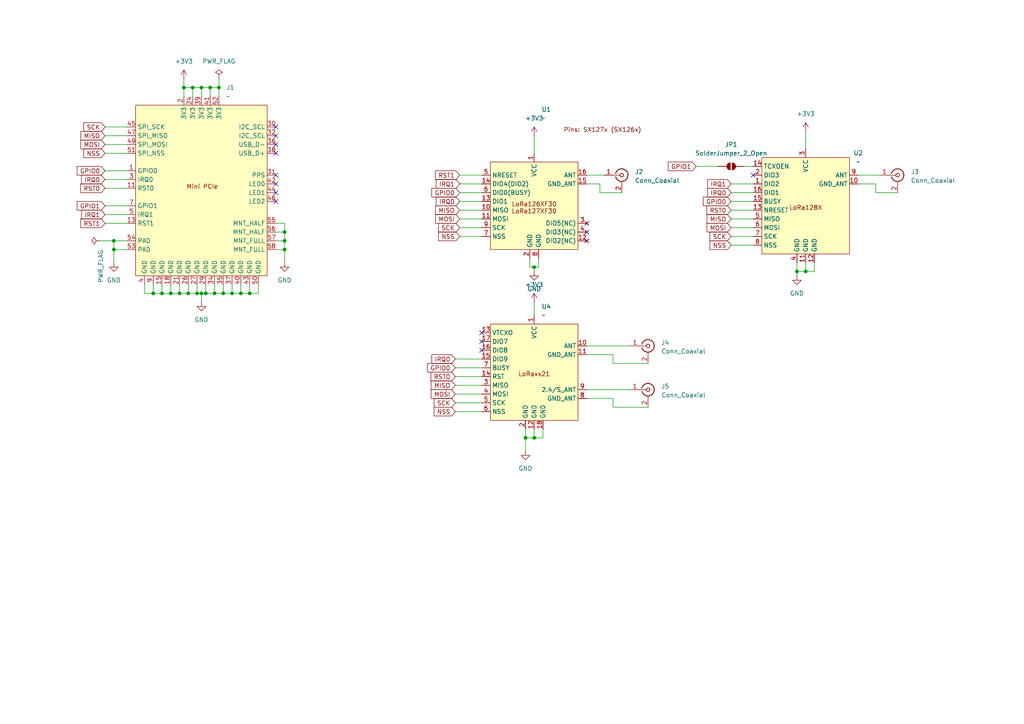
<source format=kicad_sch>
(kicad_sch (version 20250114) (generator "eeschema") (generator_version "9.0")
  (paper "A4")
  (lib_symbols
    (symbol "Connector:Conn_Coaxial" (pin_names (offset 1.016) (hide yes))
      (property "Reference" "J" (at 0.254 3.048 0))
      (property "Value" "Conn_Coaxial" (at 2.921 0 90))
      (symbol "Conn_Coaxial_0_1"
        (polyline (pts (xy -2.54 0) (xy -0.508 0)))
        (arc (start 1.778 0) (mid 0.222 -1.8079) (end -1.778 -0.508) (stroke (width 0.254)))
        (arc (start -1.778 0.508) (mid 0.2221 1.8084) (end 1.778 0) (stroke (width 0.254)))
        (circle (center 0 0) (radius 0.508) (stroke (width 0.2032)))
        (polyline (pts (xy 0 -2.54) (xy 0 -1.778)))
      )
      (symbol "Conn_Coaxial_1_1"
        (pin passive line (at -5.08 0 0) (length 2.54) (name "In") (number "1"))
        (pin passive line (at 0 -5.08 90) (length 2.54) (name "Ext") (number "2"))
      )
    )
    (symbol "Jumper:SolderJumper_2_Open" (pin_numbers (hide yes)) (pin_names (offset 0) (hide yes)) (in_bom no)
      (property "Reference" "JP" (at 0 2.032 0))
      (property "Value" "SolderJumper_2_Open" (at 0 -2.54 0))
      (symbol "SolderJumper_2_Open_0_1"
        (polyline (pts (xy -0.254 1.016) (xy -0.254 -1.016)))
        (arc (start -0.254 -1.016) (mid -1.2656 0) (end -0.254 1.016))
        (arc (start -0.254 -1.016) (mid -1.2656 0) (end -0.254 1.016) (fill (type outline)))
        (arc (start 0.254 1.016) (mid 1.2656 0) (end 0.254 -1.016))
        (arc (start 0.254 1.016) (mid 1.2656 0) (end 0.254 -1.016) (fill (type outline)))
        (polyline (pts (xy 0.254 1.016) (xy 0.254 -1.016)))
      )
      (symbol "SolderJumper_2_Open_1_1"
        (pin passive line (at -3.81 0 0) (length 2.54) (name "A") (number "1"))
        (pin passive line (at 3.81 0 180) (length 2.54) (name "B") (number "2"))
      )
    )
    (symbol "RadioHAT:LoRa128X"
      (property "Reference" "U" (at 0 2.032 0))
      (symbol "LoRa128X_1_1"
        (rectangle (start -12.7 13.97) (end 12.7 -13.97) (fill (type background)))
        (text "LoRa128X" (at 0 -0.508 0) (effects (font (size 1.27 1.27))))
        (pin input line (at -15.24 11.43 0) (length 2.54) (name "TCXOEN") (number "14"))
        (pin bidirectional line (at -15.24 8.89 0) (length 2.54) (name "DIO3") (number "2"))
        (pin bidirectional line (at -15.24 6.35 0) (length 2.54) (name "DIO2") (number "1"))
        (pin bidirectional line (at -15.24 3.81 0) (length 2.54) (name "DIO1") (number "16"))
        (pin tri_state line (at -15.24 1.27 0) (length 2.54) (name "BUSY") (number "15"))
        (pin input line (at -15.24 -1.27 0) (length 2.54) (name "NRESET") (number "13"))
        (pin tri_state line (at -15.24 -3.81 0) (length 2.54) (name "MISO") (number "5"))
        (pin input line (at -15.24 -6.35 0) (length 2.54) (name "MOSI") (number "6"))
        (pin input line (at -15.24 -8.89 0) (length 2.54) (name "SCK") (number "7"))
        (pin input line (at -15.24 -11.43 0) (length 2.54) (name "NSS") (number "8"))
        (pin power_in line (at -2.54 -16.51 90) (length 2.54) (name "GND") (number "4"))
        (pin power_in line (at 0 16.51 270) (length 2.54) (name "VCC") (number "3"))
        (pin power_in line (at 0 -16.51 90) (length 2.54) (name "GND") (number "11"))
        (pin power_in line (at 2.54 -16.51 90) (length 2.54) (name "GND") (number "12"))
        (pin bidirectional line (at 15.24 8.89 180) (length 2.54) (name "ANT") (number "9"))
        (pin bidirectional line (at 15.24 6.35 180) (length 2.54) (name "GND_ANT") (number "10"))
      )
    )
    (symbol "RadioHAT:LoRa12XXF30"
      (property "Reference" "U" (at 0 2.032 0))
      (symbol "LoRa12XXF30_1_1"
        (rectangle (start -12.7 12.7) (end 12.7 -12.7) (fill (type background)))
        (text "LoRa126XF30\nLoRa127XF30" (at 0 -0.508 0) (effects (font (size 1.27 1.27))))
        (text "Pins: SX127x (SX126x)" (at 19.812 22.098 0) (effects (font (size 1.27 1.27))))
        (pin input line (at -15.24 8.89 0) (length 2.54) (name "NRESET") (number "5"))
        (pin bidirectional line (at -15.24 6.35 0) (length 2.54) (name "DIO4(DIO2)") (number "14"))
        (pin tri_state line (at -15.24 3.81 0) (length 2.54) (name "DIO0(BUSY)") (number "6"))
        (pin bidirectional line (at -15.24 1.27 0) (length 2.54) (name "DIO1") (number "13"))
        (pin tri_state line (at -15.24 -1.27 0) (length 2.54) (name "MISO") (number "10"))
        (pin input line (at -15.24 -3.81 0) (length 2.54) (name "MOSI") (number "11"))
        (pin input line (at -15.24 -6.35 0) (length 2.54) (name "SCK") (number "9"))
        (pin input line (at -15.24 -8.89 0) (length 2.54) (name "NSS") (number "7"))
        (pin power_in line (at -1.27 -15.24 90) (length 2.54) (name "GND") (number "2"))
        (pin power_in line (at 0 15.24 270) (length 2.54) (name "VCC") (number "1"))
        (pin power_in line (at 1.27 -15.24 90) (length 2.54) (name "GND") (number "8"))
        (pin bidirectional line (at 15.24 8.89 180) (length 2.54) (name "ANT") (number "16"))
        (pin bidirectional line (at 15.24 6.35 180) (length 2.54) (name "GND_ANT") (number "15"))
        (pin no_connect line (at 15.24 -5.08 180) (length 2.54) (name "DIO5(NC)") (number "3"))
        (pin no_connect line (at 15.24 -7.62 180) (length 2.54) (name "DIO3(NC)") (number "4"))
        (pin no_connect line (at 15.24 -10.16 180) (length 2.54) (name "DIO2(NC)") (number "12"))
      )
    )
    (symbol "RadioHAT:LoRaxx21"
      (property "Reference" "U" (at 0 2.032 0))
      (symbol "LoRaxx21_1_1"
        (rectangle (start -12.7 13.97) (end 12.7 -13.97) (fill (type background)))
        (text "LoRaxx21" (at 0 -0.508 0) (effects (font (size 1.27 1.27))))
        (pin output line (at -15.24 11.43 0) (length 2.54) (name "VTCXO") (number "13"))
        (pin bidirectional line (at -15.24 8.89 0) (length 2.54) (name "DIO7") (number "17"))
        (pin bidirectional line (at -15.24 6.35 0) (length 2.54) (name "DIO8") (number "16"))
        (pin bidirectional line (at -15.24 3.81 0) (length 2.54) (name "DIO9") (number "15"))
        (pin tri_state line (at -15.24 1.27 0) (length 2.54) (name "BUSY") (number "7"))
        (pin input line (at -15.24 -1.27 0) (length 2.54) (name "RST") (number "14"))
        (pin tri_state line (at -15.24 -3.81 0) (length 2.54) (name "MISO") (number "3"))
        (pin input line (at -15.24 -6.35 0) (length 2.54) (name "MOSI") (number "4"))
        (pin input line (at -15.24 -8.89 0) (length 2.54) (name "SCK") (number "5"))
        (pin input line (at -15.24 -11.43 0) (length 2.54) (name "NSS") (number "6"))
        (pin power_in line (at -2.54 -16.51 90) (length 2.54) (name "GND") (number "2"))
        (pin power_in line (at 0 16.51 270) (length 2.54) (name "VCC") (number "1"))
        (pin power_in line (at 0 -16.51 90) (length 2.54) (name "GND") (number "12"))
        (pin power_in line (at 2.54 -16.51 90) (length 2.54) (name "GND") (number "18"))
        (pin bidirectional line (at 15.24 7.62 180) (length 2.54) (name "ANT") (number "10"))
        (pin bidirectional line (at 15.24 5.08 180) (length 2.54) (name "GND_ANT") (number "11"))
        (pin bidirectional line (at 15.24 -5.08 180) (length 2.54) (name "2.4/S_ANT") (number "9"))
        (pin bidirectional line (at 15.24 -7.62 180) (length 2.54) (name "GND_ANT") (number "8"))
      )
    )
    (symbol "RadioHAT:Mini_PCIe"
      (property "Reference" "J" (at -19.304 28.448 0))
      (symbol "Mini_PCIe_1_1"
        (rectangle (start -19.05 24.13) (end 19.05 -25.4) (fill (type background)))
        (text "Mini PCIe" (at 0.254 0.508 0) (effects (font (size 1.27 1.27))))
        (pin bidirectional line (at -21.59 17.78 0) (length 2.54) (name "SPI_SCK") (number "45"))
        (pin bidirectional line (at -21.59 15.24 0) (length 2.54) (name "SPI_MISO") (number "47"))
        (pin bidirectional line (at -21.59 12.7 0) (length 2.54) (name "SPI_MOSI") (number "49"))
        (pin bidirectional line (at -21.59 10.16 0) (length 2.54) (name "SPI_NSS") (number "51"))
        (pin bidirectional line (at -21.59 5.08 0) (length 2.54) (name "GPIO0") (number "1"))
        (pin bidirectional line (at -21.59 2.54 0) (length 2.54) (name "IRQ0") (number "3"))
        (pin bidirectional line (at -21.59 0 0) (length 2.54) (name "RST0") (number "11"))
        (pin bidirectional line (at -21.59 -5.08 0) (length 2.54) (name "GPIO1") (number "7"))
        (pin bidirectional line (at -21.59 -7.62 0) (length 2.54) (name "IRQ1") (number "5"))
        (pin bidirectional line (at -21.59 -10.16 0) (length 2.54) (name "RST1") (number "13"))
        (pin free line (at -21.59 -15.24 0) (length 2.54) (name "PAD") (number "54"))
        (pin free line (at -21.59 -17.78 0) (length 2.54) (name "PAD") (number "53"))
        (pin power_in line (at -16.51 -27.94 90) (length 2.54) (name "GND") (number "4"))
        (pin power_in line (at -13.97 -27.94 90) (length 2.54) (name "GND") (number "9"))
        (pin power_in line (at -11.43 -27.94 90) (length 2.54) (name "GND") (number "15"))
        (pin power_in line (at -8.89 -27.94 90) (length 2.54) (name "GND") (number "18"))
        (pin power_in line (at -6.35 -27.94 90) (length 2.54) (name "GND") (number "21"))
        (pin power_in line (at -5.08 26.67 270) (length 2.54) (name "3V3") (number "2"))
        (pin power_in line (at -3.81 -27.94 90) (length 2.54) (name "GND") (number "26"))
        (pin power_in line (at -2.54 26.67 270) (length 2.54) (name "3V3") (number "24"))
        (pin power_in line (at -1.27 -27.94 90) (length 2.54) (name "GND") (number "27"))
        (pin power_in line (at 0 26.67 270) (length 2.54) (name "3V3") (number "39"))
        (pin power_in line (at 1.27 -27.94 90) (length 2.54) (name "GND") (number "29"))
        (pin power_in line (at 2.54 26.67 270) (length 2.54) (name "3V3") (number "41"))
        (pin power_in line (at 3.81 -27.94 90) (length 2.54) (name "GND") (number "34"))
        (pin power_in line (at 5.08 26.67 270) (length 2.54) (name "3V3") (number "52"))
        (pin power_in line (at 6.35 -27.94 90) (length 2.54) (name "GND") (number "35"))
        (pin power_in line (at 8.89 -27.94 90) (length 2.54) (name "GND") (number "37"))
        (pin power_in line (at 11.43 -27.94 90) (length 2.54) (name "GND") (number "40"))
        (pin power_in line (at 13.97 -27.94 90) (length 2.54) (name "GND") (number "43"))
        (pin power_in line (at 16.51 -27.94 90) (length 2.54) (name "GND") (number "50"))
        (pin bidirectional line (at 21.59 17.78 180) (length 2.54) (name "I2C_SCL") (number "30"))
        (pin bidirectional line (at 21.59 15.24 180) (length 2.54) (name "I2C_SCL") (number "32"))
        (pin bidirectional line (at 21.59 12.7 180) (length 2.54) (name "USB_D-") (number "36"))
        (pin bidirectional line (at 21.59 10.16 180) (length 2.54) (name "USB_D+") (number "38"))
        (pin bidirectional line (at 21.59 3.81 180) (length 2.54) (name "PPS") (number "31"))
        (pin bidirectional line (at 21.59 1.27 180) (length 2.54) (name "LED0") (number "42"))
        (pin bidirectional line (at 21.59 -1.27 180) (length 2.54) (name "LED1") (number "44"))
        (pin bidirectional line (at 21.59 -3.81 180) (length 2.54) (name "LED2") (number "46"))
        (pin free line (at 21.59 -10.16 180) (length 2.54) (name "MNT_HALF") (number "55"))
        (pin free line (at 21.59 -12.7 180) (length 2.54) (name "MNT_HALF") (number "56"))
        (pin free line (at 21.59 -15.24 180) (length 2.54) (name "MNT_FULL") (number "57"))
        (pin free line (at 21.59 -17.78 180) (length 2.54) (name "MNT_FULL") (number "58"))
      )
    )
    (symbol "power:+3V3" (power) (pin_numbers (hide yes)) (pin_names (offset 0) (hide yes))
      (property "Value" "+3V3" (at 0 3.556 0))
      (symbol "+3V3_0_1"
        (polyline (pts (xy -0.762 1.27) (xy 0 2.54)))
        (polyline (pts (xy 0 2.54) (xy 0.762 1.27)))
        (polyline (pts (xy 0 0) (xy 0 2.54)))
      )
      (symbol "+3V3_1_1"
        (pin power_in line (at 0 0 90) (length 0) (name "~") (number "1"))
      )
    )
    (symbol "power:GND" (power) (pin_numbers (hide yes)) (pin_names (offset 0) (hide yes))
      (property "Value" "GND" (at 0 -3.81 0))
      (symbol "GND_0_1"
        (polyline (pts (xy 0 0) (xy 0 -1.27) (xy 1.27 -1.27) (xy 0 -2.54) (xy -1.27 -1.27) (xy 0 -1.27)))
      )
      (symbol "GND_1_1"
        (pin power_in line (at 0 0 270) (length 0) (name "~") (number "1"))
      )
    )
    (symbol "power:PWR_FLAG" (power) (pin_numbers (hide yes)) (pin_names (offset 0) (hide yes))
      (property "Value" "PWR_FLAG" (at 0 3.81 0))
      (symbol "PWR_FLAG_0_0"
        (pin power_out line (at 0 0 90) (length 0) (name "~") (number "1"))
      )
      (symbol "PWR_FLAG_0_1"
        (polyline (pts (xy 0 0) (xy 0 1.27) (xy -1.016 1.905) (xy 0 2.54) (xy 1.016 1.905) (xy 0 1.27)))
      )
    )
  )
  (junction (at 46.99 85.09))
  (junction (at 63.5 25.4))
  (junction (at 52.07 85.09))
  (junction (at 57.15 85.09))
  (junction (at 62.23 85.09))
  (junction (at 54.61 85.09))
  (junction (at 53.34 25.4))
  (junction (at 231.14 78.74))
  (junction (at 152.4 127))
  (junction (at 67.31 85.09))
  (junction (at 60.96 25.4))
  (junction (at 33.02 69.85))
  (junction (at 82.55 72.39))
  (junction (at 154.94 77.47))
  (junction (at 64.77 85.09))
  (junction (at 59.69 85.09))
  (junction (at 58.42 85.09))
  (junction (at 72.39 85.09))
  (junction (at 82.55 69.85))
  (junction (at 233.68 78.74))
  (junction (at 44.45 85.09))
  (junction (at 69.85 85.09))
  (junction (at 58.42 25.4))
  (junction (at 154.94 127))
  (junction (at 33.02 72.39))
  (junction (at 49.53 85.09))
  (junction (at 82.55 67.31))
  (junction (at 55.88 25.4))
  (no_connect (at 80.01 39.37))
  (no_connect (at 139.7 96.52))
  (no_connect (at 218.44 50.8))
  (no_connect (at 80.01 50.8))
  (no_connect (at 80.01 41.91))
  (no_connect (at 170.18 64.77))
  (no_connect (at 80.01 36.83))
  (no_connect (at 139.7 101.6))
  (no_connect (at 80.01 44.45))
  (no_connect (at 80.01 53.34))
  (no_connect (at 170.18 67.31))
  (no_connect (at 80.01 58.42))
  (no_connect (at 80.01 55.88))
  (no_connect (at 139.7 99.06))
  (no_connect (at 170.18 69.85))
  (wire (pts (xy 248.92 53.34) (xy 254 53.34)))
  (wire (pts (xy 52.07 85.09) (xy 54.61 85.09)))
  (wire (pts (xy 59.69 85.09) (xy 62.23 85.09)))
  (wire (pts (xy 201.93 48.26) (xy 208.28 48.26)))
  (wire (pts (xy 152.4 127) (xy 154.94 127)))
  (wire (pts (xy 44.45 82.55) (xy 44.45 85.09)))
  (wire (pts (xy 30.48 49.53) (xy 36.83 49.53)))
  (wire (pts (xy 55.88 25.4) (xy 58.42 25.4)))
  (wire (pts (xy 212.09 60.96) (xy 218.44 60.96)))
  (wire (pts (xy 132.08 109.22) (xy 139.7 109.22)))
  (wire (pts (xy 63.5 22.86) (xy 63.5 25.4)))
  (wire (pts (xy 248.92 50.8) (xy 255.27 50.8)))
  (wire (pts (xy 67.31 85.09) (xy 69.85 85.09)))
  (wire (pts (xy 132.08 119.38) (xy 139.7 119.38)))
  (wire (pts (xy 67.31 82.55) (xy 67.31 85.09)))
  (wire (pts (xy 154.94 39.37) (xy 154.94 44.45)))
  (wire (pts (xy 212.09 58.42) (xy 218.44 58.42)))
  (wire (pts (xy 231.14 76.2) (xy 231.14 78.74)))
  (wire (pts (xy 212.09 53.34) (xy 218.44 53.34)))
  (wire (pts (xy 52.07 82.55) (xy 52.07 85.09)))
  (wire (pts (xy 154.94 87.63) (xy 154.94 91.44)))
  (wire (pts (xy 29.21 69.85) (xy 33.02 69.85)))
  (wire (pts (xy 49.53 85.09) (xy 52.07 85.09)))
  (wire (pts (xy 157.48 124.46) (xy 157.48 127)))
  (wire (pts (xy 30.48 54.61) (xy 36.83 54.61)))
  (wire (pts (xy 152.4 124.46) (xy 152.4 127)))
  (wire (pts (xy 33.02 72.39) (xy 33.02 76.2)))
  (wire (pts (xy 132.08 116.84) (xy 139.7 116.84)))
  (wire (pts (xy 69.85 85.09) (xy 72.39 85.09)))
  (wire (pts (xy 170.18 100.33) (xy 182.88 100.33)))
  (wire (pts (xy 133.35 60.96) (xy 139.7 60.96)))
  (wire (pts (xy 152.4 127) (xy 152.4 130.81)))
  (wire (pts (xy 180.34 55.88) (xy 173.99 55.88)))
  (wire (pts (xy 33.02 72.39) (xy 36.83 72.39)))
  (wire (pts (xy 33.02 69.85) (xy 33.02 72.39)))
  (wire (pts (xy 177.8 102.87) (xy 170.18 102.87)))
  (wire (pts (xy 72.39 85.09) (xy 74.93 85.09)))
  (wire (pts (xy 30.48 59.69) (xy 36.83 59.69)))
  (wire (pts (xy 54.61 85.09) (xy 57.15 85.09)))
  (wire (pts (xy 30.48 52.07) (xy 36.83 52.07)))
  (wire (pts (xy 154.94 77.47) (xy 154.94 78.74)))
  (wire (pts (xy 177.8 105.41) (xy 187.96 105.41)))
  (wire (pts (xy 53.34 27.94) (xy 53.34 25.4)))
  (wire (pts (xy 133.35 53.34) (xy 139.7 53.34)))
  (wire (pts (xy 30.48 36.83) (xy 36.83 36.83)))
  (wire (pts (xy 173.99 55.88) (xy 173.99 53.34)))
  (wire (pts (xy 177.8 118.11) (xy 177.8 115.57)))
  (wire (pts (xy 36.83 69.85) (xy 33.02 69.85)))
  (wire (pts (xy 236.22 76.2) (xy 236.22 78.74)))
  (wire (pts (xy 53.34 25.4) (xy 55.88 25.4)))
  (wire (pts (xy 170.18 50.8) (xy 175.26 50.8)))
  (wire (pts (xy 170.18 113.03) (xy 182.88 113.03)))
  (wire (pts (xy 153.67 74.93) (xy 153.67 77.47)))
  (wire (pts (xy 30.48 64.77) (xy 36.83 64.77)))
  (wire (pts (xy 80.01 64.77) (xy 82.55 64.77)))
  (wire (pts (xy 157.48 127) (xy 154.94 127)))
  (wire (pts (xy 233.68 38.1) (xy 233.68 43.18)))
  (wire (pts (xy 133.35 63.5) (xy 139.7 63.5)))
  (wire (pts (xy 53.34 22.86) (xy 53.34 25.4)))
  (wire (pts (xy 82.55 69.85) (xy 82.55 72.39)))
  (wire (pts (xy 177.8 105.41) (xy 177.8 102.87)))
  (wire (pts (xy 60.96 25.4) (xy 60.96 27.94)))
  (wire (pts (xy 82.55 67.31) (xy 82.55 69.85)))
  (wire (pts (xy 64.77 82.55) (xy 64.77 85.09)))
  (wire (pts (xy 212.09 55.88) (xy 218.44 55.88)))
  (wire (pts (xy 58.42 25.4) (xy 60.96 25.4)))
  (wire (pts (xy 212.09 66.04) (xy 218.44 66.04)))
  (wire (pts (xy 153.67 77.47) (xy 154.94 77.47)))
  (wire (pts (xy 69.85 82.55) (xy 69.85 85.09)))
  (wire (pts (xy 80.01 72.39) (xy 82.55 72.39)))
  (wire (pts (xy 57.15 82.55) (xy 57.15 85.09)))
  (wire (pts (xy 82.55 64.77) (xy 82.55 67.31)))
  (wire (pts (xy 212.09 71.12) (xy 218.44 71.12)))
  (wire (pts (xy 231.14 78.74) (xy 233.68 78.74)))
  (wire (pts (xy 133.35 55.88) (xy 139.7 55.88)))
  (wire (pts (xy 60.96 25.4) (xy 63.5 25.4)))
  (wire (pts (xy 55.88 25.4) (xy 55.88 27.94)))
  (wire (pts (xy 44.45 85.09) (xy 46.99 85.09)))
  (wire (pts (xy 233.68 76.2) (xy 233.68 78.74)))
  (wire (pts (xy 80.01 67.31) (xy 82.55 67.31)))
  (wire (pts (xy 173.99 53.34) (xy 170.18 53.34)))
  (wire (pts (xy 58.42 25.4) (xy 58.42 27.94)))
  (wire (pts (xy 58.42 85.09) (xy 58.42 87.63)))
  (wire (pts (xy 74.93 85.09) (xy 74.93 82.55)))
  (wire (pts (xy 177.8 115.57) (xy 170.18 115.57)))
  (wire (pts (xy 156.21 74.93) (xy 156.21 77.47)))
  (wire (pts (xy 254 53.34) (xy 254 55.88)))
  (wire (pts (xy 132.08 114.3) (xy 139.7 114.3)))
  (wire (pts (xy 215.9 48.26) (xy 218.44 48.26)))
  (wire (pts (xy 231.14 78.74) (xy 231.14 80.01)))
  (wire (pts (xy 41.91 82.55) (xy 41.91 85.09)))
  (wire (pts (xy 30.48 41.91) (xy 36.83 41.91)))
  (wire (pts (xy 59.69 82.55) (xy 59.69 85.09)))
  (wire (pts (xy 49.53 82.55) (xy 49.53 85.09)))
  (wire (pts (xy 187.96 118.11) (xy 177.8 118.11)))
  (wire (pts (xy 72.39 82.55) (xy 72.39 85.09)))
  (wire (pts (xy 30.48 44.45) (xy 36.83 44.45)))
  (wire (pts (xy 132.08 111.76) (xy 139.7 111.76)))
  (wire (pts (xy 154.94 124.46) (xy 154.94 127)))
  (wire (pts (xy 156.21 77.47) (xy 154.94 77.47)))
  (wire (pts (xy 132.08 104.14) (xy 139.7 104.14)))
  (wire (pts (xy 133.35 66.04) (xy 139.7 66.04)))
  (wire (pts (xy 80.01 69.85) (xy 82.55 69.85)))
  (wire (pts (xy 82.55 72.39) (xy 82.55 76.2)))
  (wire (pts (xy 62.23 85.09) (xy 64.77 85.09)))
  (wire (pts (xy 133.35 50.8) (xy 139.7 50.8)))
  (wire (pts (xy 30.48 62.23) (xy 36.83 62.23)))
  (wire (pts (xy 63.5 25.4) (xy 63.5 27.94)))
  (wire (pts (xy 212.09 68.58) (xy 218.44 68.58)))
  (wire (pts (xy 58.42 85.09) (xy 59.69 85.09)))
  (wire (pts (xy 254 55.88) (xy 260.35 55.88)))
  (wire (pts (xy 30.48 39.37) (xy 36.83 39.37)))
  (wire (pts (xy 41.91 85.09) (xy 44.45 85.09)))
  (wire (pts (xy 133.35 58.42) (xy 139.7 58.42)))
  (wire (pts (xy 62.23 82.55) (xy 62.23 85.09)))
  (wire (pts (xy 46.99 85.09) (xy 49.53 85.09)))
  (wire (pts (xy 212.09 63.5) (xy 218.44 63.5)))
  (wire (pts (xy 57.15 85.09) (xy 58.42 85.09)))
  (wire (pts (xy 46.99 82.55) (xy 46.99 85.09)))
  (wire (pts (xy 64.77 85.09) (xy 67.31 85.09)))
  (wire (pts (xy 233.68 78.74) (xy 236.22 78.74)))
  (wire (pts (xy 132.08 106.68) (xy 139.7 106.68)))
  (wire (pts (xy 54.61 82.55) (xy 54.61 85.09)))
  (wire (pts (xy 133.35 68.58) (xy 139.7 68.58)))
  (global_label "GPIO0" (shape input) (at 133.35 55.88 180) (property "Intersheetrefs" "${INTERSHEET_REFS}" (effects (hide yes))))
  (global_label "SCK" (shape input) (at 212.09 68.58 180) (property "Intersheetrefs" "${INTERSHEET_REFS}" (effects (hide yes))))
  (global_label "GPIO0" (shape input) (at 212.09 58.42 180) (property "Intersheetrefs" "${INTERSHEET_REFS}" (effects (hide yes))))
  (global_label "RST1" (shape input) (at 30.48 64.77 180) (property "Intersheetrefs" "${INTERSHEET_REFS}" (effects (hide yes))))
  (global_label "GPIO0" (shape input) (at 132.08 106.68 180) (property "Intersheetrefs" "${INTERSHEET_REFS}" (effects (hide yes))))
  (global_label "IRQ0" (shape input) (at 132.08 104.14 180) (property "Intersheetrefs" "${INTERSHEET_REFS}" (effects (hide yes))))
  (global_label "IRQ1" (shape input) (at 212.09 53.34 180) (property "Intersheetrefs" "${INTERSHEET_REFS}" (effects (hide yes))))
  (global_label "RST0" (shape input) (at 132.08 109.22 180) (property "Intersheetrefs" "${INTERSHEET_REFS}" (effects (hide yes))))
  (global_label "SCK" (shape input) (at 30.48 36.83 180) (property "Intersheetrefs" "${INTERSHEET_REFS}" (effects (hide yes))))
  (global_label "MOSI" (shape input) (at 132.08 114.3 180) (property "Intersheetrefs" "${INTERSHEET_REFS}" (effects (hide yes))))
  (global_label "GPIO0" (shape input) (at 30.48 49.53 180) (property "Intersheetrefs" "${INTERSHEET_REFS}" (effects (hide yes))))
  (global_label "MISO" (shape input) (at 133.35 60.96 180) (property "Intersheetrefs" "${INTERSHEET_REFS}" (effects (hide yes))))
  (global_label "MOSI" (shape input) (at 30.48 41.91 180) (property "Intersheetrefs" "${INTERSHEET_REFS}" (effects (hide yes))))
  (global_label "SCK" (shape input) (at 133.35 66.04 180) (property "Intersheetrefs" "${INTERSHEET_REFS}" (effects (hide yes))))
  (global_label "MOSI" (shape input) (at 133.35 63.5 180) (property "Intersheetrefs" "${INTERSHEET_REFS}" (effects (hide yes))))
  (global_label "NSS" (shape input) (at 30.48 44.45 180) (property "Intersheetrefs" "${INTERSHEET_REFS}" (effects (hide yes))))
  (global_label "GPIO1" (shape input) (at 30.48 59.69 180) (property "Intersheetrefs" "${INTERSHEET_REFS}" (effects (hide yes))))
  (global_label "RST0" (shape input) (at 212.09 60.96 180) (property "Intersheetrefs" "${INTERSHEET_REFS}" (effects (hide yes))))
  (global_label "NSS" (shape input) (at 212.09 71.12 180) (property "Intersheetrefs" "${INTERSHEET_REFS}" (effects (hide yes))))
  (global_label "NSS" (shape input) (at 133.35 68.58 180) (property "Intersheetrefs" "${INTERSHEET_REFS}" (effects (hide yes))))
  (global_label "NSS" (shape input) (at 132.08 119.38 180) (property "Intersheetrefs" "${INTERSHEET_REFS}" (effects (hide yes))))
  (global_label "IRQ0" (shape input) (at 212.09 55.88 180) (property "Intersheetrefs" "${INTERSHEET_REFS}" (effects (hide yes))))
  (global_label "MOSI" (shape input) (at 212.09 66.04 180) (property "Intersheetrefs" "${INTERSHEET_REFS}" (effects (hide yes))))
  (global_label "GPIO1" (shape input) (at 201.93 48.26 180) (property "Intersheetrefs" "${INTERSHEET_REFS}" (effects (hide yes))))
  (global_label "IRQ1" (shape input) (at 30.48 62.23 180) (property "Intersheetrefs" "${INTERSHEET_REFS}" (effects (hide yes))))
  (global_label "SCK" (shape input) (at 132.08 116.84 180) (property "Intersheetrefs" "${INTERSHEET_REFS}" (effects (hide yes))))
  (global_label "RST0" (shape input) (at 30.48 54.61 180) (property "Intersheetrefs" "${INTERSHEET_REFS}" (effects (hide yes))))
  (global_label "IRQ0" (shape input) (at 133.35 58.42 180) (property "Intersheetrefs" "${INTERSHEET_REFS}" (effects (hide yes))))
  (global_label "MISO" (shape input) (at 132.08 111.76 180) (property "Intersheetrefs" "${INTERSHEET_REFS}" (effects (hide yes))))
  (global_label "MISO" (shape input) (at 212.09 63.5 180) (property "Intersheetrefs" "${INTERSHEET_REFS}" (effects (hide yes))))
  (global_label "MISO" (shape input) (at 30.48 39.37 180) (property "Intersheetrefs" "${INTERSHEET_REFS}" (effects (hide yes))))
  (global_label "IRQ0" (shape input) (at 30.48 52.07 180) (property "Intersheetrefs" "${INTERSHEET_REFS}" (effects (hide yes))))
  (global_label "IRQ1" (shape input) (at 133.35 53.34 180) (property "Intersheetrefs" "${INTERSHEET_REFS}" (effects (hide yes))))
  (global_label "RST1" (shape input) (at 133.35 50.8 180) (property "Intersheetrefs" "${INTERSHEET_REFS}" (effects (hide yes))))
  (symbol (lib_id "Connector:Conn_Coaxial") (at 260.35 50.8 0) (unit 1)
    (property "Reference" "J3" (at 264.16 49.8231 0) (effects (justify left)))
    (property "Value" "Conn_Coaxial" (at 264.16 52.3631 0) (effects (justify left)))
    (property "Footprint" "Connector_Coaxial:U.FL_Molex_MCRF_73412-0110_Vertical" (effects (hide yes)))
    (property "Description" "coaxial connector (BNC, SMA, SMB, SMC, Cinch/RCA, LEMO, ...)" (effects (hide yes)))
  )
  (symbol (lib_id "power:+3V3") (at 154.94 87.63 0) (unit 1)
    (property "Reference" "#PWR012" (effects (hide yes)))
    (property "Value" "+3V3" (at 154.94 82.55 0))
    (property "Description" "Power symbol creates a global label with name \"+3V3\"" (effects (hide yes)))
  )
  (symbol (lib_id "power:GND") (at 231.14 80.01 0) (unit 1)
    (property "Reference" "#PWR07" (effects (hide yes)))
    (property "Value" "GND" (at 231.14 85.09 0))
    (property "Description" "Power symbol creates a global label with name \"GND\" , ground" (effects (hide yes)))
  )
  (symbol (lib_id "power:+3V3") (at 53.34 22.86 0) (unit 1)
    (property "Reference" "#PWR04" (effects (hide yes)))
    (property "Value" "+3V3" (at 53.34 17.78 0))
    (property "Description" "Power symbol creates a global label with name \"+3V3\"" (effects (hide yes)))
  )
  (symbol (lib_id "power:+3V3") (at 154.94 39.37 0) (unit 1)
    (property "Reference" "#PWR08" (effects (hide yes)))
    (property "Value" "+3V3" (at 154.94 34.29 0))
    (property "Description" "Power symbol creates a global label with name \"+3V3\"" (effects (hide yes)))
  )
  (symbol (lib_id "Connector:Conn_Coaxial") (at 187.96 113.03 0) (unit 1)
    (property "Reference" "J5" (at 191.77 112.0531 0) (effects (justify left)))
    (property "Value" "Conn_Coaxial" (at 191.77 114.5931 0) (effects (justify left)))
    (property "Footprint" "Connector_Coaxial:U.FL_Molex_MCRF_73412-0110_Vertical" (effects (hide yes)))
    (property "Description" "coaxial connector (BNC, SMA, SMB, SMC, Cinch/RCA, LEMO, ...)" (effects (hide yes)))
  )
  (symbol (lib_id "power:GND") (at 154.94 78.74 0) (unit 1)
    (property "Reference" "#PWR05" (effects (hide yes)))
    (property "Value" "GND" (at 154.94 83.82 0))
    (property "Description" "Power symbol creates a global label with name \"GND\" , ground" (effects (hide yes)))
  )
  (symbol (lib_id "power:GND") (at 82.55 76.2 0) (unit 1)
    (property "Reference" "#PWR03" (effects (hide yes)))
    (property "Value" "GND" (at 82.55 81.28 0))
    (property "Description" "Power symbol creates a global label with name \"GND\" , ground" (effects (hide yes)))
  )
  (symbol (lib_id "power:PWR_FLAG") (at 63.5 22.86 0) (unit 1)
    (property "Reference" "#FLG01" (effects (hide yes)))
    (property "Value" "PWR_FLAG" (at 63.5 17.78 0))
    (property "Description" "Special symbol for telling ERC where power comes from" (effects (hide yes)))
  )
  (symbol (lib_id "power:+3V3") (at 233.68 38.1 0) (unit 1)
    (property "Reference" "#PWR09" (effects (hide yes)))
    (property "Value" "+3V3" (at 233.68 33.02 0))
    (property "Description" "Power symbol creates a global label with name \"+3V3\"" (effects (hide yes)))
  )
  (symbol (lib_id "Connector:Conn_Coaxial") (at 187.96 100.33 0) (unit 1)
    (property "Reference" "J4" (at 191.77 99.3531 0) (effects (justify left)))
    (property "Value" "Conn_Coaxial" (at 191.77 101.8931 0) (effects (justify left)))
    (property "Footprint" "Connector_Coaxial:U.FL_Molex_MCRF_73412-0110_Vertical" (effects (hide yes)))
    (property "Description" "coaxial connector (BNC, SMA, SMB, SMC, Cinch/RCA, LEMO, ...)" (effects (hide yes)))
  )
  (symbol (lib_id "power:GND") (at 152.4 130.81 0) (unit 1)
    (property "Reference" "#PWR011" (effects (hide yes)))
    (property "Value" "GND" (at 152.4 135.89 0))
    (property "Description" "Power symbol creates a global label with name \"GND\" , ground" (effects (hide yes)))
  )
  (symbol (lib_id "RadioHAT:LoRa12XXF30") (at 154.94 59.69 0) (unit 1)
    (property "Reference" "U1" (at 157.0833 31.75 0) (effects (justify left)))
    (property "Value" "~" (at 157.0833 34.29 0) (effects (justify left)))
    (property "Footprint" "RadioHAT:LoRa12XXF30" (effects (hide yes)))
  )
  (symbol (lib_id "power:GND") (at 58.42 87.63 0) (unit 1)
    (property "Reference" "#PWR01" (effects (hide yes)))
    (property "Value" "GND" (at 58.42 92.71 0))
    (property "Description" "Power symbol creates a global label with name \"GND\" , ground" (effects (hide yes)))
  )
  (symbol (lib_id "RadioHAT:LoRa128X") (at 233.68 59.69 0) (unit 1)
    (property "Reference" "U2" (at 248.92 44.3798 0))
    (property "Value" "~" (at 248.92 46.9198 0))
    (property "Footprint" "RadioHAT:LoRa128X" (effects (hide yes)))
  )
  (symbol (lib_id "RadioHAT:LoRaxx21") (at 154.94 107.95 0) (unit 1)
    (property "Reference" "U4" (at 157.0833 88.9 0) (effects (justify left)))
    (property "Value" "~" (at 157.0833 91.44 0) (effects (justify left)))
    (property "Footprint" "RadioHAT:LoRaxx21" (effects (hide yes)))
  )
  (symbol (lib_id "power:PWR_FLAG") (at 29.21 69.85 90) (unit 1)
    (property "Reference" "#FLG02" (effects (hide yes)))
    (property "Value" "PWR_FLAG" (at 29.21 77.216 0))
    (property "Description" "Special symbol for telling ERC where power comes from" (effects (hide yes)))
  )
  (symbol (lib_id "Jumper:SolderJumper_2_Open") (at 212.09 48.26 0) (unit 1) (in_bom no)
    (property "Reference" "JP1" (at 212.09 41.91 0))
    (property "Value" "SolderJumper_2_Open" (at 212.09 44.45 0))
    (property "Description" "Solder Jumper, 2-pole, open" (effects (hide yes)))
  )
  (symbol (lib_id "Connector:Conn_Coaxial") (at 180.34 50.8 0) (unit 1)
    (property "Reference" "J2" (at 184.15 49.8231 0) (effects (justify left)))
    (property "Value" "Conn_Coaxial" (at 184.15 52.3631 0) (effects (justify left)))
    (property "Footprint" "Connector_Coaxial:U.FL_Molex_MCRF_73412-0110_Vertical" (effects (hide yes)))
    (property "Description" "coaxial connector (BNC, SMA, SMB, SMC, Cinch/RCA, LEMO, ...)" (effects (hide yes)))
  )
  (symbol (lib_id "power:GND") (at 33.02 76.2 0) (unit 1)
    (property "Reference" "#PWR02" (effects (hide yes)))
    (property "Value" "GND" (at 33.02 81.28 0))
    (property "Description" "Power symbol creates a global label with name \"GND\" , ground" (effects (hide yes)))
  )
  (symbol (lib_id "RadioHAT:Mini_PCIe") (at 58.42 54.61 0) (unit 1)
    (property "Reference" "J1" (at 65.6433 25.4 0) (effects (justify left)))
    (property "Value" "~" (at 65.6433 27.94 0) (effects (justify left)))
    (property "Footprint" "RadioHAT:Mini_PCIe_Full" (effects (hide yes)))
  )
)
</source>
